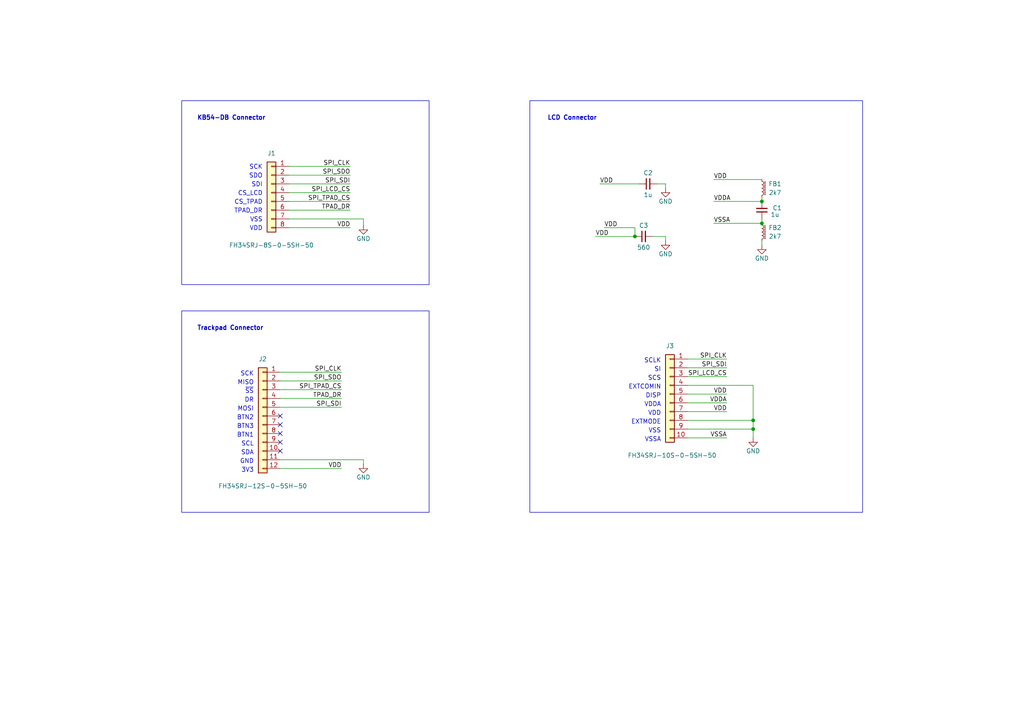
<source format=kicad_sch>
(kicad_sch (version 20231120) (generator "eeschema") (generator_version "8.0")
  (paper "A4")
  (title_block (title "KB54 Daughterboard") (date "2024-11-01") (rev "5"))
  (lib_symbols
    (symbol "Device:C_Small" (pin_numbers hide) (pin_names (offset 0.254) hide)
      (property "Reference" "C" (at 0.254 1.778 0))
      (property "Value" "C_Small" (at 0.254 -2.032 0))
      (symbol "C_Small_0_1"
        (polyline (pts (xy -1.524 -0.508) (xy 1.524 -0.508)) (stroke (width 0.3302)))
        (polyline (pts (xy -1.524 0.508) (xy 1.524 0.508)) (stroke (width 0.3048)))
      )
      (symbol "C_Small_1_1"
        (pin passive line (at 0 2.54 270) (length 2.032) (name "~") (number "1"))
        (pin passive line (at 0 -2.54 90) (length 2.032) (name "~") (number "2"))
      )
    )
    (symbol "Device:L_Ferrite_Small" (pin_numbers hide) (pin_names (offset 0.254) hide)
      (property "Reference" "L" (at 1.27 1.016 0))
      (property "Value" "L_Ferrite_Small" (at 1.27 -1.27 0))
      (symbol "L_Ferrite_Small_0_1"
        (arc (start 0 -2.032) (mid 0.5058 -1.524) (end 0 -1.016))
        (arc (start 0 -1.016) (mid 0.5058 -0.508) (end 0 0))
        (polyline (pts (xy 0.762 -1.905) (xy 0.762 -1.651)))
        (polyline (pts (xy 0.762 -1.397) (xy 0.762 -1.143)))
        (polyline (pts (xy 0.762 -0.889) (xy 0.762 -0.635)))
        (polyline (pts (xy 0.762 -0.381) (xy 0.762 -0.127)))
        (polyline (pts (xy 0.762 0.127) (xy 0.762 0.381)))
        (polyline (pts (xy 0.762 0.635) (xy 0.762 0.889)))
        (polyline (pts (xy 0.762 1.143) (xy 0.762 1.397)))
        (polyline (pts (xy 0.762 1.651) (xy 0.762 1.905)))
        (polyline (pts (xy 1.016 -1.651) (xy 1.016 -1.905)))
        (polyline (pts (xy 1.016 -1.143) (xy 1.016 -1.397)))
        (polyline (pts (xy 1.016 -0.635) (xy 1.016 -0.889)))
        (polyline (pts (xy 1.016 -0.127) (xy 1.016 -0.381)))
        (polyline (pts (xy 1.016 0.381) (xy 1.016 0.127)))
        (polyline (pts (xy 1.016 0.889) (xy 1.016 0.635)))
        (polyline (pts (xy 1.016 1.397) (xy 1.016 1.143)))
        (polyline (pts (xy 1.016 1.905) (xy 1.016 1.651)))
        (arc (start 0 0) (mid 0.5058 0.508) (end 0 1.016))
        (arc (start 0 1.016) (mid 0.5058 1.524) (end 0 2.032))
      )
      (symbol "L_Ferrite_Small_1_1"
        (pin passive line (at 0 2.54 270) (length 0.508) (name "~") (number "1"))
        (pin passive line (at 0 -2.54 90) (length 0.508) (name "~") (number "2"))
      )
    )
    (symbol "Tundra_Connectors:Conn-FPC_Hirose-FH34SRJ-10S-0-5SH-50" (pin_names (offset 1.016) hide)
      (property "Reference" "J" (at 0 12.7 0))
      (property "Value" "FH34SRJ-10S-0-5SH-50" (at 0 -16.51 0))
      (symbol "Conn-FPC_Hirose-FH34SRJ-10S-0-5SH-50_1_1"
        (rectangle (start -1.27 -13.97) (end 1.27 11.43) (stroke (width 0.254)) (fill (type background)))
        (rectangle (start 0 -12.827) (end 1.27 -12.573) (stroke (width 0.1524)))
        (rectangle (start 0 -10.287) (end 1.27 -10.033) (stroke (width 0.1524)))
        (rectangle (start 0 -7.747) (end 1.27 -7.493) (stroke (width 0.1524)))
        (rectangle (start 0 -5.207) (end 1.27 -4.953) (stroke (width 0.1524)))
        (rectangle (start 0 -2.667) (end 1.27 -2.413) (stroke (width 0.1524)))
        (rectangle (start 0 -0.127) (end 1.27 0.127) (stroke (width 0.1524)))
        (rectangle (start 0 2.413) (end 1.27 2.667) (stroke (width 0.1524)))
        (rectangle (start 0 4.953) (end 1.27 5.207) (stroke (width 0.1524)))
        (rectangle (start 0 7.493) (end 1.27 7.747) (stroke (width 0.1524)))
        (rectangle (start 0 10.033) (end 1.27 10.287) (stroke (width 0.1524)))
        (pin passive line (at 5.08 10.16 180) (length 3.81) (name "Pin_1") (number "1"))
        (pin passive line (at 5.08 -12.7 180) (length 3.81) (name "Pin_10") (number "10"))
        (pin passive line (at 5.08 7.62 180) (length 3.81) (name "Pin_2") (number "2"))
        (pin passive line (at 5.08 5.08 180) (length 3.81) (name "Pin_3") (number "3"))
        (pin passive line (at 5.08 2.54 180) (length 3.81) (name "Pin_4") (number "4"))
        (pin passive line (at 5.08 0 180) (length 3.81) (name "Pin_5") (number "5"))
        (pin passive line (at 5.08 -2.54 180) (length 3.81) (name "Pin_6") (number "6"))
        (pin passive line (at 5.08 -5.08 180) (length 3.81) (name "Pin_7") (number "7"))
        (pin passive line (at 5.08 -7.62 180) (length 3.81) (name "Pin_8") (number "8"))
        (pin passive line (at 5.08 -10.16 180) (length 3.81) (name "Pin_9") (number "9"))
      )
    )
    (symbol "Tundra_Connectors:Conn-FPC_Hirose-FH34SRJ-12S-0-5SH-50" (pin_names (offset 1.016) hide)
      (property "Reference" "J" (at 0 15.24 0))
      (property "Value" "FH34SRJ-12S-0-5SH-50" (at 0 -17.78 0))
      (symbol "Conn-FPC_Hirose-FH34SRJ-12S-0-5SH-50_1_1"
        (rectangle (start -1.27 -16.51) (end 1.27 13.97) (stroke (width 0.254)) (fill (type background)))
        (rectangle (start 0 -15.367) (end 1.27 -15.113) (stroke (width 0.1524)))
        (rectangle (start 0 -12.827) (end 1.27 -12.573) (stroke (width 0.1524)))
        (rectangle (start 0 -10.287) (end 1.27 -10.033) (stroke (width 0.1524)))
        (rectangle (start 0 -7.747) (end 1.27 -7.493) (stroke (width 0.1524)))
        (rectangle (start 0 -5.207) (end 1.27 -4.953) (stroke (width 0.1524)))
        (rectangle (start 0 -2.667) (end 1.27 -2.413) (stroke (width 0.1524)))
        (rectangle (start 0 -0.127) (end 1.27 0.127) (stroke (width 0.1524)))
        (rectangle (start 0 2.413) (end 1.27 2.667) (stroke (width 0.1524)))
        (rectangle (start 0 4.953) (end 1.27 5.207) (stroke (width 0.1524)))
        (rectangle (start 0 7.493) (end 1.27 7.747) (stroke (width 0.1524)))
        (rectangle (start 0 10.033) (end 1.27 10.287) (stroke (width 0.1524)))
        (rectangle (start 0 12.573) (end 1.27 12.827) (stroke (width 0.1524)))
        (pin passive line (at 5.08 12.7 180) (length 3.81) (name "Pin_1") (number "1"))
        (pin passive line (at 5.08 -10.16 180) (length 3.81) (name "Pin_10") (number "10"))
        (pin passive line (at 5.08 -12.7 180) (length 3.81) (name "Pin_11") (number "11"))
        (pin passive line (at 5.08 -15.24 180) (length 3.81) (name "Pin_12") (number "12"))
        (pin passive line (at 5.08 10.16 180) (length 3.81) (name "Pin_2") (number "2"))
        (pin passive line (at 5.08 7.62 180) (length 3.81) (name "Pin_3") (number "3"))
        (pin passive line (at 5.08 5.08 180) (length 3.81) (name "Pin_4") (number "4"))
        (pin passive line (at 5.08 2.54 180) (length 3.81) (name "Pin_5") (number "5"))
        (pin passive line (at 5.08 0 180) (length 3.81) (name "Pin_6") (number "6"))
        (pin passive line (at 5.08 -2.54 180) (length 3.81) (name "Pin_7") (number "7"))
        (pin passive line (at 5.08 -5.08 180) (length 3.81) (name "Pin_8") (number "8"))
        (pin passive line (at 5.08 -7.62 180) (length 3.81) (name "Pin_9") (number "9"))
      )
    )
    (symbol "Tundra_Connectors:Conn-FPC_Hirose-FH34SRJ-8S-0-5SH-50" (pin_names (offset 1.016) hide)
      (property "Reference" "J" (at 0 11.43 0))
      (property "Value" "FH34SRJ-8S-0-5SH-50" (at 1.016 -12.446 0))
      (symbol "Conn-FPC_Hirose-FH34SRJ-8S-0-5SH-50_1_1"
        (rectangle (start -1.27 10.16) (end 1.27 -10.16) (stroke (width 0.254)) (fill (type background)))
        (rectangle (start 0 -9.017) (end 1.27 -8.763) (stroke (width 0.1524)))
        (rectangle (start 0 -6.477) (end 1.27 -6.223) (stroke (width 0.1524)))
        (rectangle (start 0 -3.937) (end 1.27 -3.683) (stroke (width 0.1524)))
        (rectangle (start 0 -1.397) (end 1.27 -1.143) (stroke (width 0.1524)))
        (rectangle (start 0 1.143) (end 1.27 1.397) (stroke (width 0.1524)))
        (rectangle (start 0 3.683) (end 1.27 3.937) (stroke (width 0.1524)))
        (rectangle (start 0 6.223) (end 1.27 6.477) (stroke (width 0.1524)))
        (rectangle (start 0 8.763) (end 1.27 9.017) (stroke (width 0.1524)))
        (pin passive line (at 5.08 8.89 180) (length 3.81) (name "Pin_1") (number "1"))
        (pin passive line (at 5.08 6.35 180) (length 3.81) (name "Pin_2") (number "2"))
        (pin passive line (at 5.08 3.81 180) (length 3.81) (name "Pin_3") (number "3"))
        (pin passive line (at 5.08 1.27 180) (length 3.81) (name "Pin_4") (number "4"))
        (pin passive line (at 5.08 -1.27 180) (length 3.81) (name "Pin_5") (number "5"))
        (pin passive line (at 5.08 -3.81 180) (length 3.81) (name "Pin_6") (number "6"))
        (pin passive line (at 5.08 -6.35 180) (length 3.81) (name "Pin_7") (number "7"))
        (pin passive line (at 5.08 -8.89 180) (length 3.81) (name "Pin_8") (number "8"))
      )
    )
    (symbol "power:GND" (power) (pin_numbers hide) (pin_names (offset 0) hide)
      (property "Value" "GND" (at 0 -3.81 0))
      (symbol "GND_0_1"
        (polyline (pts (xy 0 0) (xy 0 -1.27) (xy 1.27 -1.27) (xy 0 -2.54) (xy -1.27 -1.27) (xy 0 -1.27)))
      )
      (symbol "GND_1_1"
        (pin power_in line (at 0 0 270) (length 0) hide (name "GND") (number "1"))
      )
    )
  )
  (junction (at 218.44 124.46))
  (junction (at 220.98 58.42))
  (junction (at 184.15 68.58))
  (junction (at 218.44 121.92))
  (junction (at 220.98 64.77))
  (no_connect (at 81.28 125.73))
  (no_connect (at 81.28 120.65))
  (no_connect (at 81.28 128.27))
  (no_connect (at 81.28 130.81))
  (no_connect (at 81.28 123.19))
  (wire (pts (xy 220.98 69.85) (xy 220.98 71.12)))
  (wire (pts (xy 81.28 110.49) (xy 99.06 110.49)))
  (wire (pts (xy 193.04 53.34) (xy 193.04 54.61)))
  (wire (pts (xy 83.82 63.5) (xy 105.41 63.5)))
  (wire (pts (xy 173.99 53.34) (xy 185.42 53.34)))
  (wire (pts (xy 175.26 66.04) (xy 184.15 66.04)))
  (wire (pts (xy 83.82 58.42) (xy 101.6 58.42)))
  (wire (pts (xy 220.98 58.42) (xy 220.98 57.15)))
  (wire (pts (xy 83.82 60.96) (xy 101.6 60.96)))
  (wire (pts (xy 83.82 50.8) (xy 101.6 50.8)))
  (wire (pts (xy 207.01 58.42) (xy 220.98 58.42)))
  (wire (pts (xy 190.5 53.34) (xy 193.04 53.34)))
  (wire (pts (xy 210.82 116.84) (xy 199.39 116.84)))
  (wire (pts (xy 83.82 66.04) (xy 101.6 66.04)))
  (wire (pts (xy 81.28 135.89) (xy 99.06 135.89)))
  (wire (pts (xy 218.44 121.92) (xy 218.44 124.46)))
  (wire (pts (xy 81.28 113.03) (xy 99.06 113.03)))
  (wire (pts (xy 81.28 115.57) (xy 99.06 115.57)))
  (wire (pts (xy 210.82 109.22) (xy 199.39 109.22)))
  (wire (pts (xy 199.39 121.92) (xy 218.44 121.92)))
  (wire (pts (xy 193.04 68.58) (xy 193.04 69.85)))
  (wire (pts (xy 199.39 124.46) (xy 218.44 124.46)))
  (wire (pts (xy 207.01 64.77) (xy 220.98 64.77)))
  (wire (pts (xy 199.39 111.76) (xy 218.44 111.76)))
  (wire (pts (xy 83.82 55.88) (xy 101.6 55.88)))
  (wire (pts (xy 218.44 124.46) (xy 218.44 127)))
  (wire (pts (xy 83.82 48.26) (xy 101.6 48.26)))
  (wire (pts (xy 210.82 127) (xy 199.39 127)))
  (wire (pts (xy 210.82 104.14) (xy 199.39 104.14)))
  (wire (pts (xy 81.28 107.95) (xy 99.06 107.95)))
  (wire (pts (xy 105.41 133.35) (xy 105.41 134.62)))
  (wire (pts (xy 83.82 53.34) (xy 101.6 53.34)))
  (wire (pts (xy 81.28 133.35) (xy 105.41 133.35)))
  (wire (pts (xy 220.98 64.77) (xy 220.98 63.5)))
  (wire (pts (xy 105.41 63.5) (xy 105.41 65.405)))
  (wire (pts (xy 210.82 106.68) (xy 199.39 106.68)))
  (wire (pts (xy 172.72 68.58) (xy 184.15 68.58)))
  (wire (pts (xy 218.44 111.76) (xy 218.44 121.92)))
  (wire (pts (xy 210.82 119.38) (xy 199.39 119.38)))
  (wire (pts (xy 210.82 114.3) (xy 199.39 114.3)))
  (wire (pts (xy 207.01 52.07) (xy 220.98 52.07)))
  (wire (pts (xy 81.28 118.11) (xy 99.06 118.11)))
  (wire (pts (xy 189.23 68.58) (xy 193.04 68.58)))
  (wire (pts (xy 184.15 66.04) (xy 184.15 68.58)))
  (rectangle (start 52.705 29.21) (end 124.46 82.55))
  (rectangle (start 153.67 29.21) (end 250.19 148.59))
  (rectangle (start 52.705 90.17) (end 124.46 148.59))
  (text "BTN3" (at 73.66 124.46 0) (effects (font (size 1.27 1.27)) (justify right bottom)))
  (text "CS_TPAD" (at 76.2 59.436 0) (effects (font (size 1.27 1.27)) (justify right bottom)))
  (text "Trackpad Connector" (at 57.15 95.25 0) (effects (font (size 1.27 1.27) (thickness 0.254) (bold yes)) (justify left)))
  (text "MISO" (at 73.66 111.76 0) (effects (font (size 1.27 1.27)) (justify right bottom)))
  (text "VDD" (at 76.2 67.056 0) (effects (font (size 1.27 1.27)) (justify right bottom)))
  (text "KB54-DB Connector" (at 57.15 34.29 0) (effects (font (size 1.27 1.27) (thickness 0.254) (bold yes)) (justify left)))
  (text "VSSA" (at 191.77 128.27 0) (effects (font (size 1.27 1.27)) (justify right bottom)))
  (text "BTN2" (at 73.66 121.92 0) (effects (font (size 1.27 1.27)) (justify right bottom)))
  (text "VSS" (at 76.2 64.516 0) (effects (font (size 1.27 1.27)) (justify right bottom)))
  (text "BTN1" (at 73.66 127 0) (effects (font (size 1.27 1.27)) (justify right bottom)))
  (text "SCLK" (at 191.77 105.41 0) (effects (font (size 1.27 1.27)) (justify right bottom)))
  (text "SI" (at 191.77 107.95 0) (effects (font (size 1.27 1.27)) (justify right bottom)))
  (text "SCS" (at 191.77 110.49 0) (effects (font (size 1.27 1.27)) (justify right bottom)))
  (text "SDI" (at 76.2 54.356 0) (effects (font (size 1.27 1.27)) (justify right bottom)))
  (text "GND" (at 73.66 134.62 0) (effects (font (size 1.27 1.27)) (justify right bottom)))
  (text "SCL" (at 73.66 129.54 0) (effects (font (size 1.27 1.27)) (justify right bottom)))
  (text "SCK" (at 73.66 109.22 0) (effects (font (size 1.27 1.27)) (justify right bottom)))
  (text "VSS" (at 191.77 125.73 0) (effects (font (size 1.27 1.27)) (justify right bottom)))
  (text "~{SS}" (at 73.66 114.3 0) (effects (font (size 1.27 1.27)) (justify right bottom)))
  (text "SDA" (at 73.66 132.08 0) (effects (font (size 1.27 1.27)) (justify right bottom)))
  (text "EXTCOMIN" (at 191.77 113.03 0) (effects (font (size 1.27 1.27)) (justify right bottom)))
  (text "CS_LCD" (at 76.2 56.896 0) (effects (font (size 1.27 1.27)) (justify right bottom)))
  (text "MOSI" (at 73.66 119.38 0) (effects (font (size 1.27 1.27)) (justify right bottom)))
  (text "3V3" (at 73.66 137.16 0) (effects (font (size 1.27 1.27)) (justify right bottom)))
  (text "LCD Connector" (at 158.75 34.29 0) (effects (font (size 1.27 1.27) (thickness 0.254) (bold yes)) (justify left)))
  (text "DR" (at 73.66 116.84 0) (effects (font (size 1.27 1.27)) (justify right bottom)))
  (text "EXTMODE" (at 191.77 123.19 0) (effects (font (size 1.27 1.27)) (justify right bottom)))
  (text "VDD" (at 191.77 120.65 0) (effects (font (size 1.27 1.27)) (justify right bottom)))
  (text "TPAD_DR" (at 76.2 61.976 0) (effects (font (size 1.27 1.27)) (justify right bottom)))
  (text "VDDA" (at 191.77 118.11 0) (effects (font (size 1.27 1.27)) (justify right bottom)))
  (text "DISP" (at 191.77 115.57 0) (effects (font (size 1.27 1.27)) (justify right bottom)))
  (text "SCK" (at 76.2 49.276 0) (effects (font (size 1.27 1.27)) (justify right bottom)))
  (text "SDO" (at 76.2 51.816 0) (effects (font (size 1.27 1.27)) (justify right bottom)))
  (label "SPI_CLK" (at 101.6 48.26 180))
  (label "VDD" (at 210.82 114.3 180))
  (label "VDDA" (at 210.82 116.84 180))
  (label "VDD" (at 99.06 135.89 180))
  (label "VDD" (at 101.6 66.04 180))
  (label "SPI_LCD_CS" (at 210.82 109.22 180))
  (label "SPI_CLK" (at 210.82 104.14 180))
  (label "TPAD_DR" (at 99.06 115.57 180))
  (label "SPI_SDI" (at 210.82 106.68 180))
  (label "SPI_CLK" (at 99.06 107.95 180))
  (label "SPI_SDO" (at 101.6 50.8 180))
  (label "TPAD_DR" (at 101.6 60.96 180))
  (label "SPI_SDI" (at 101.6 53.34 180))
  (label "VDD" (at 173.99 53.34 0))
  (label "VDD" (at 172.72 68.58 0))
  (label "VDD" (at 210.82 119.38 180))
  (label "SPI_SDI" (at 99.06 118.11 180))
  (label "VSSA" (at 207.01 64.77 0))
  (label "SPI_TPAD_CS" (at 101.6 58.42 180))
  (label "VDDA" (at 207.01 58.42 0))
  (label "VDD" (at 175.26 66.04 0))
  (label "SPI_LCD_CS" (at 101.6 55.88 180))
  (label "SPI_TPAD_CS" (at 99.06 113.03 180))
  (label "SPI_SDO" (at 99.06 110.49 180))
  (label "VSSA" (at 210.82 127 180))
  (label "VDD" (at 207.01 52.07 0))
  (symbol (lib_id "power:GND") (at 105.41 65.405 0) (mirror y) (unit 1)
    (property "Reference" "#PWR06" (effects (hide yes)))
    (property "Value" "GND" (at 105.41 69.215 0))
  )
  (symbol (lib_id "Tundra_Connectors:Conn-FPC_Hirose-FH34SRJ-12S-0-5SH-50") (at 76.2 120.65 0) (unit 1)
    (property "Reference" "J2" (at 76.2 104.14 0))
    (property "Value" "FH34SRJ-12S-0-5SH-50" (at 76.2 140.97 0))
    (property "Footprint" "Tundra_Connectors:Conn-FPC_Hirose-FH34SRJ-12S-0-5SH-50" (effects (hide yes)))
    (property "Description" "FFC/FPC, 12P P0.5mm, double-sided, RA, Female" (effects (hide yes)))
    (property "Package" "SMD, P=0.5mm" (effects (hide yes)))
    (property "Manufacturer" "Hirose" (effects (hide yes)))
    (property "Part #" "FH34SRJ-12S-0.5SH(50)" (effects (hide yes)))
    (property "LCSC Part #" "C424659" (effects (hide yes)))
  )
  (symbol (lib_id "Device:C_Small") (at 186.69 68.58 90) (unit 1)
    (property "Reference" "C3" (at 186.69 65.405 90))
    (property "Value" "560" (at 186.69 71.755 90))
    (property "Footprint" "Capacitor_SMD:C_0402_1005Metric" (effects (hide yes)))
    (property "Description" "Ceramic cap, 560pF, 25V, C0G 2%, EXT part" (effects (hide yes)))
    (property "Package" "0402" (effects (hide yes)))
    (property "Manufacturer" "Murata" (effects (hide yes)))
    (property "Part #" "GRM1555C1H561GA01D" (effects (hide yes)))
    (property "LCSC Part #" "C440169" (effects (hide yes)))
  )
  (symbol (lib_id "power:GND") (at 105.41 134.62 0) (mirror y) (unit 1)
    (property "Reference" "#PWR07" (effects (hide yes)))
    (property "Value" "GND" (at 105.41 138.43 0))
  )
  (symbol (lib_id "Tundra_Connectors:Conn-FPC_Hirose-FH34SRJ-10S-0-5SH-50") (at 194.31 114.3 0) (unit 1)
    (property "Reference" "J3" (at 194.31 100.33 0))
    (property "Value" "FH34SRJ-10S-0-5SH-50" (at 194.945 132.08 0))
    (property "Footprint" "Tundra_Connectors:Conn-FPC_Hirose-FH34SRJ-10S-0-5SH-50" (effects (hide yes)))
    (property "Description" "FFC/FPC, 10P P0.5mm, double-sided, RA, Female" (effects (hide yes)))
    (property "Package" "SMD, P=0.5mm" (effects (hide yes)))
    (property "Manufacturer" "Hirose" (effects (hide yes)))
    (property "Part #" "FH34SRJ-10S-0.5SH(50)" (effects (hide yes)))
    (property "LCSC Part #" "C324723" (effects (hide yes)))
  )
  (symbol (lib_id "power:GND") (at 193.04 54.61 0) (unit 1)
    (property "Reference" "#PWR02" (effects (hide yes)))
    (property "Value" "GND" (at 193.04 58.42 0))
  )
  (symbol (lib_id "Device:C_Small") (at 187.96 53.34 90) (unit 1)
    (property "Reference" "C2" (at 187.96 50.165 90))
    (property "Value" "1u" (at 187.96 56.515 90))
    (property "Footprint" "Capacitor_SMD:C_0402_1005Metric" (effects (hide yes)))
    (property "Description" "Ceramic cap, 1uF, 25V, X5R, 10%, BASIC part" (effects (hide yes)))
    (property "Package" "0402" (effects (hide yes)))
    (property "Manufacturer" "Samsung" (effects (hide yes)))
    (property "Part #" "CL05A105KA5NQNC" (effects (hide yes)))
    (property "LCSC Part #" "C52923" (effects (hide yes)))
  )
  (symbol (lib_id "power:GND") (at 218.44 127 0) (mirror y) (unit 1)
    (property "Reference" "#PWR04" (effects (hide yes)))
    (property "Value" "GND" (at 218.44 130.81 0))
  )
  (symbol (lib_id "power:GND") (at 220.98 71.12 0) (unit 1)
    (property "Reference" "#PWR01" (effects (hide yes)))
    (property "Value" "GND" (at 220.98 74.93 0))
  )
  (symbol (lib_id "Tundra_Connectors:Conn-FPC_Hirose-FH34SRJ-8S-0-5SH-50") (at 78.74 57.15 0) (unit 1)
    (property "Reference" "J1" (at 78.74 44.45 0))
    (property "Value" "FH34SRJ-8S-0-5SH-50" (at 78.74 71.12 0))
    (property "Footprint" "Tundra_Connectors:Conn-FPC_Hirose-FH34SRJ-8S-0-5SH-50" (effects (hide yes)))
    (property "Description" "FFC/FPC, 8P P0.5mm, double-sided, RA, Female" (effects (hide yes)))
    (property "Package" "SMD, P=0.5mm" (effects (hide yes)))
    (property "Manufacturer" "Hirose" (effects (hide yes)))
    (property "Part #" "FH34SRJ-8S-0.5SH(50)" (effects (hide yes)))
    (property "LCSC Part #" "C88372" (effects (hide yes)))
  )
  (symbol (lib_id "Device:L_Ferrite_Small") (at 220.98 54.61 0) (unit 1)
    (property "Reference" "FB1" (at 224.79 53.34 0))
    (property "Value" "2k7" (at 224.79 55.88 0))
    (property "Footprint" "Inductor_SMD:L_0805_2012Metric" (effects (hide yes)))
    (property "Description" "800mΩ ±25% 2.7kΩ@100MHz 0402 Ferrite Bead" (effects (hide yes)))
    (property "Package" "0805" (effects (hide yes)))
    (property "Manufacturer" "Murata" (effects (hide yes)))
    (property "Part #" "BLM21BD272SH1L" (effects (hide yes)))
    (property "LCSC Part #" "C437409" (effects (hide yes)))
  )
  (symbol (lib_id "power:GND") (at 193.04 69.85 0) (unit 1)
    (property "Reference" "#PWR03" (effects (hide yes)))
    (property "Value" "GND" (at 193.04 73.66 0))
  )
  (symbol (lib_id "Device:C_Small") (at 220.98 60.96 180) (unit 1)
    (property "Reference" "C1" (at 225.425 60.325 0))
    (property "Value" "1u" (at 224.79 62.23 0))
    (property "Footprint" "Capacitor_SMD:C_0402_1005Metric" (effects (hide yes)))
    (property "Description" "Ceramic cap, 1uF, 25V, X5R, 10%, BASIC part" (effects (hide yes)))
    (property "Package" "0402" (effects (hide yes)))
    (property "Manufacturer" "Samsung" (effects (hide yes)))
    (property "Part #" "CL05A105KA5NQNC" (effects (hide yes)))
    (property "LCSC Part #" "C52923" (effects (hide yes)))
  )
  (symbol (lib_id "Device:L_Ferrite_Small") (at 220.98 67.31 0) (unit 1)
    (property "Reference" "FB2" (at 224.79 66.04 0))
    (property "Value" "2k7" (at 224.79 68.58 0))
    (property "Footprint" "Inductor_SMD:L_0805_2012Metric" (effects (hide yes)))
    (property "Description" "800mΩ ±25% 2.7kΩ@100MHz 0402 Ferrite Bead" (effects (hide yes)))
    (property "Package" "0805" (effects (hide yes)))
    (property "Manufacturer" "Murata" (effects (hide yes)))
    (property "Part #" "BLM21BD272SH1L" (effects (hide yes)))
    (property "LCSC Part #" "C437409" (effects (hide yes)))
  )
)
</source>
